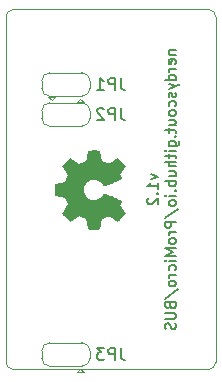
<source format=gbr>
%TF.GenerationSoftware,KiCad,Pcbnew,5.1.5+dfsg1-2~bpo10+1*%
%TF.CreationDate,Date%
%TF.ProjectId,ProMicro_BUS,50726f4d-6963-4726-9f5f-4255532e6b69,v1.2*%
%TF.SameCoordinates,Original*%
%TF.FileFunction,Legend,Bot*%
%TF.FilePolarity,Positive*%
%FSLAX45Y45*%
G04 Gerber Fmt 4.5, Leading zero omitted, Abs format (unit mm)*
G04 Created by KiCad*
%MOMM*%
%LPD*%
G04 APERTURE LIST*
%ADD10C,0.200000*%
%ADD11C,0.100000*%
%ADD12C,0.010000*%
%ADD13C,0.120000*%
%ADD14O,1.600000X1.600000*%
%ADD15R,1.600000X1.600000*%
%ADD16C,0.150000*%
%ADD17R,1.000000X1.500000*%
%ADD18C,2.100000*%
%ADD19R,2.100000X2.100000*%
G04 APERTURE END LIST*
D10*
X1098314Y-1268429D02*
X1158314Y-1289857D01*
X1098314Y-1311286D01*
X1158314Y-1392714D02*
X1158314Y-1341286D01*
X1158314Y-1367000D02*
X1068314Y-1367000D01*
X1081171Y-1358429D01*
X1089743Y-1349857D01*
X1094029Y-1341286D01*
X1149743Y-1431286D02*
X1154029Y-1435571D01*
X1158314Y-1431286D01*
X1154029Y-1427000D01*
X1149743Y-1431286D01*
X1158314Y-1431286D01*
X1076886Y-1469857D02*
X1072600Y-1474143D01*
X1068314Y-1482714D01*
X1068314Y-1504143D01*
X1072600Y-1512714D01*
X1076886Y-1517000D01*
X1085457Y-1521286D01*
X1094029Y-1521286D01*
X1106886Y-1517000D01*
X1158314Y-1465571D01*
X1158314Y-1521286D01*
D11*
X1651000Y63500D02*
X1651000Y-2857500D01*
X-127000Y-2857500D02*
X-127000Y63500D01*
D10*
X1250714Y-216286D02*
X1310714Y-216286D01*
X1259286Y-216286D02*
X1255000Y-220571D01*
X1250714Y-229143D01*
X1250714Y-242000D01*
X1255000Y-250571D01*
X1263571Y-254857D01*
X1310714Y-254857D01*
X1306429Y-332000D02*
X1310714Y-323429D01*
X1310714Y-306286D01*
X1306429Y-297714D01*
X1297857Y-293429D01*
X1263571Y-293429D01*
X1255000Y-297714D01*
X1250714Y-306286D01*
X1250714Y-323429D01*
X1255000Y-332000D01*
X1263571Y-336286D01*
X1272143Y-336286D01*
X1280714Y-293429D01*
X1310714Y-374857D02*
X1250714Y-374857D01*
X1267857Y-374857D02*
X1259286Y-379143D01*
X1255000Y-383428D01*
X1250714Y-392000D01*
X1250714Y-400571D01*
X1310714Y-469143D02*
X1220714Y-469143D01*
X1306429Y-469143D02*
X1310714Y-460571D01*
X1310714Y-443428D01*
X1306429Y-434857D01*
X1302143Y-430571D01*
X1293571Y-426286D01*
X1267857Y-426286D01*
X1259286Y-430571D01*
X1255000Y-434857D01*
X1250714Y-443428D01*
X1250714Y-460571D01*
X1255000Y-469143D01*
X1250714Y-503428D02*
X1310714Y-524857D01*
X1250714Y-546286D02*
X1310714Y-524857D01*
X1332143Y-516286D01*
X1336429Y-512000D01*
X1340714Y-503428D01*
X1306429Y-576286D02*
X1310714Y-584857D01*
X1310714Y-602000D01*
X1306429Y-610571D01*
X1297857Y-614857D01*
X1293571Y-614857D01*
X1285000Y-610571D01*
X1280714Y-602000D01*
X1280714Y-589143D01*
X1276429Y-580571D01*
X1267857Y-576286D01*
X1263571Y-576286D01*
X1255000Y-580571D01*
X1250714Y-589143D01*
X1250714Y-602000D01*
X1255000Y-610571D01*
X1306429Y-692000D02*
X1310714Y-683429D01*
X1310714Y-666286D01*
X1306429Y-657714D01*
X1302143Y-653429D01*
X1293571Y-649143D01*
X1267857Y-649143D01*
X1259286Y-653429D01*
X1255000Y-657714D01*
X1250714Y-666286D01*
X1250714Y-683429D01*
X1255000Y-692000D01*
X1310714Y-743428D02*
X1306429Y-734857D01*
X1302143Y-730571D01*
X1293571Y-726286D01*
X1267857Y-726286D01*
X1259286Y-730571D01*
X1255000Y-734857D01*
X1250714Y-743428D01*
X1250714Y-756286D01*
X1255000Y-764857D01*
X1259286Y-769143D01*
X1267857Y-773428D01*
X1293571Y-773428D01*
X1302143Y-769143D01*
X1306429Y-764857D01*
X1310714Y-756286D01*
X1310714Y-743428D01*
X1250714Y-850571D02*
X1310714Y-850571D01*
X1250714Y-812000D02*
X1297857Y-812000D01*
X1306429Y-816286D01*
X1310714Y-824857D01*
X1310714Y-837714D01*
X1306429Y-846286D01*
X1302143Y-850571D01*
X1250714Y-880571D02*
X1250714Y-914857D01*
X1220714Y-893428D02*
X1297857Y-893428D01*
X1306429Y-897714D01*
X1310714Y-906286D01*
X1310714Y-914857D01*
X1302143Y-944857D02*
X1306429Y-949143D01*
X1310714Y-944857D01*
X1306429Y-940571D01*
X1302143Y-944857D01*
X1310714Y-944857D01*
X1250714Y-1026286D02*
X1323571Y-1026286D01*
X1332143Y-1022000D01*
X1336429Y-1017714D01*
X1340714Y-1009143D01*
X1340714Y-996286D01*
X1336429Y-987714D01*
X1306429Y-1026286D02*
X1310714Y-1017714D01*
X1310714Y-1000571D01*
X1306429Y-992000D01*
X1302143Y-987714D01*
X1293571Y-983428D01*
X1267857Y-983428D01*
X1259286Y-987714D01*
X1255000Y-992000D01*
X1250714Y-1000571D01*
X1250714Y-1017714D01*
X1255000Y-1026286D01*
X1310714Y-1069143D02*
X1250714Y-1069143D01*
X1220714Y-1069143D02*
X1225000Y-1064857D01*
X1229286Y-1069143D01*
X1225000Y-1073429D01*
X1220714Y-1069143D01*
X1229286Y-1069143D01*
X1250714Y-1099143D02*
X1250714Y-1133429D01*
X1220714Y-1112000D02*
X1297857Y-1112000D01*
X1306429Y-1116286D01*
X1310714Y-1124857D01*
X1310714Y-1133429D01*
X1310714Y-1163429D02*
X1220714Y-1163429D01*
X1310714Y-1202000D02*
X1263571Y-1202000D01*
X1255000Y-1197714D01*
X1250714Y-1189143D01*
X1250714Y-1176286D01*
X1255000Y-1167714D01*
X1259286Y-1163429D01*
X1250714Y-1283429D02*
X1310714Y-1283429D01*
X1250714Y-1244857D02*
X1297857Y-1244857D01*
X1306429Y-1249143D01*
X1310714Y-1257714D01*
X1310714Y-1270571D01*
X1306429Y-1279143D01*
X1302143Y-1283429D01*
X1310714Y-1326286D02*
X1220714Y-1326286D01*
X1255000Y-1326286D02*
X1250714Y-1334857D01*
X1250714Y-1352000D01*
X1255000Y-1360571D01*
X1259286Y-1364857D01*
X1267857Y-1369143D01*
X1293571Y-1369143D01*
X1302143Y-1364857D01*
X1306429Y-1360571D01*
X1310714Y-1352000D01*
X1310714Y-1334857D01*
X1306429Y-1326286D01*
X1302143Y-1407714D02*
X1306429Y-1412000D01*
X1310714Y-1407714D01*
X1306429Y-1403428D01*
X1302143Y-1407714D01*
X1310714Y-1407714D01*
X1310714Y-1450571D02*
X1250714Y-1450571D01*
X1220714Y-1450571D02*
X1225000Y-1446286D01*
X1229286Y-1450571D01*
X1225000Y-1454857D01*
X1220714Y-1450571D01*
X1229286Y-1450571D01*
X1310714Y-1506286D02*
X1306429Y-1497714D01*
X1302143Y-1493428D01*
X1293571Y-1489143D01*
X1267857Y-1489143D01*
X1259286Y-1493428D01*
X1255000Y-1497714D01*
X1250714Y-1506286D01*
X1250714Y-1519143D01*
X1255000Y-1527714D01*
X1259286Y-1532000D01*
X1267857Y-1536286D01*
X1293571Y-1536286D01*
X1302143Y-1532000D01*
X1306429Y-1527714D01*
X1310714Y-1519143D01*
X1310714Y-1506286D01*
X1216429Y-1639143D02*
X1332143Y-1562000D01*
X1310714Y-1669143D02*
X1220714Y-1669143D01*
X1220714Y-1703428D01*
X1225000Y-1712000D01*
X1229286Y-1716286D01*
X1237857Y-1720571D01*
X1250714Y-1720571D01*
X1259286Y-1716286D01*
X1263571Y-1712000D01*
X1267857Y-1703428D01*
X1267857Y-1669143D01*
X1310714Y-1759143D02*
X1250714Y-1759143D01*
X1267857Y-1759143D02*
X1259286Y-1763428D01*
X1255000Y-1767714D01*
X1250714Y-1776286D01*
X1250714Y-1784857D01*
X1310714Y-1827714D02*
X1306429Y-1819143D01*
X1302143Y-1814857D01*
X1293571Y-1810571D01*
X1267857Y-1810571D01*
X1259286Y-1814857D01*
X1255000Y-1819143D01*
X1250714Y-1827714D01*
X1250714Y-1840571D01*
X1255000Y-1849143D01*
X1259286Y-1853428D01*
X1267857Y-1857714D01*
X1293571Y-1857714D01*
X1302143Y-1853428D01*
X1306429Y-1849143D01*
X1310714Y-1840571D01*
X1310714Y-1827714D01*
X1310714Y-1896286D02*
X1220714Y-1896286D01*
X1285000Y-1926286D01*
X1220714Y-1956286D01*
X1310714Y-1956286D01*
X1310714Y-1999143D02*
X1250714Y-1999143D01*
X1220714Y-1999143D02*
X1225000Y-1994857D01*
X1229286Y-1999143D01*
X1225000Y-2003428D01*
X1220714Y-1999143D01*
X1229286Y-1999143D01*
X1306429Y-2080571D02*
X1310714Y-2072000D01*
X1310714Y-2054857D01*
X1306429Y-2046286D01*
X1302143Y-2042000D01*
X1293571Y-2037714D01*
X1267857Y-2037714D01*
X1259286Y-2042000D01*
X1255000Y-2046286D01*
X1250714Y-2054857D01*
X1250714Y-2072000D01*
X1255000Y-2080571D01*
X1310714Y-2119143D02*
X1250714Y-2119143D01*
X1267857Y-2119143D02*
X1259286Y-2123429D01*
X1255000Y-2127714D01*
X1250714Y-2136286D01*
X1250714Y-2144857D01*
X1310714Y-2187714D02*
X1306429Y-2179143D01*
X1302143Y-2174857D01*
X1293571Y-2170571D01*
X1267857Y-2170571D01*
X1259286Y-2174857D01*
X1255000Y-2179143D01*
X1250714Y-2187714D01*
X1250714Y-2200571D01*
X1255000Y-2209143D01*
X1259286Y-2213429D01*
X1267857Y-2217714D01*
X1293571Y-2217714D01*
X1302143Y-2213429D01*
X1306429Y-2209143D01*
X1310714Y-2200571D01*
X1310714Y-2187714D01*
X1216429Y-2320571D02*
X1332143Y-2243429D01*
X1263571Y-2380571D02*
X1267857Y-2393429D01*
X1272143Y-2397714D01*
X1280714Y-2402000D01*
X1293571Y-2402000D01*
X1302143Y-2397714D01*
X1306429Y-2393429D01*
X1310714Y-2384857D01*
X1310714Y-2350571D01*
X1220714Y-2350571D01*
X1220714Y-2380571D01*
X1225000Y-2389143D01*
X1229286Y-2393429D01*
X1237857Y-2397714D01*
X1246429Y-2397714D01*
X1255000Y-2393429D01*
X1259286Y-2389143D01*
X1263571Y-2380571D01*
X1263571Y-2350571D01*
X1220714Y-2440571D02*
X1293571Y-2440571D01*
X1302143Y-2444857D01*
X1306429Y-2449143D01*
X1310714Y-2457714D01*
X1310714Y-2474857D01*
X1306429Y-2483429D01*
X1302143Y-2487714D01*
X1293571Y-2492000D01*
X1220714Y-2492000D01*
X1306429Y-2530571D02*
X1310714Y-2543429D01*
X1310714Y-2564857D01*
X1306429Y-2573429D01*
X1302143Y-2577714D01*
X1293571Y-2582000D01*
X1285000Y-2582000D01*
X1276429Y-2577714D01*
X1272143Y-2573429D01*
X1267857Y-2564857D01*
X1263571Y-2547714D01*
X1259286Y-2539143D01*
X1255000Y-2534857D01*
X1246429Y-2530571D01*
X1237857Y-2530571D01*
X1229286Y-2534857D01*
X1225000Y-2539143D01*
X1220714Y-2547714D01*
X1220714Y-2569143D01*
X1225000Y-2582000D01*
D11*
X-63500Y-2921000D02*
G75*
G02X-127000Y-2857500I0J63500D01*
G01*
X1651000Y-2857500D02*
G75*
G02X1587500Y-2921000I-63500J0D01*
G01*
X1587500Y127000D02*
G75*
G02X1651000Y63500I0J-63500D01*
G01*
X-127000Y63500D02*
G75*
G02X-63500Y127000I63500J0D01*
G01*
X1587500Y-2921000D02*
X-63500Y-2921000D01*
X-63500Y127000D02*
X1587500Y127000D01*
D12*
G36*
X331093Y-1452581D02*
G01*
X375555Y-1460963D01*
X388305Y-1491892D01*
X401055Y-1522821D01*
X375825Y-1559925D01*
X368800Y-1570316D01*
X362527Y-1579709D01*
X357294Y-1587665D01*
X353386Y-1593747D01*
X351089Y-1597516D01*
X350594Y-1598542D01*
X351868Y-1600391D01*
X355388Y-1604342D01*
X360706Y-1609952D01*
X367372Y-1616779D01*
X374935Y-1624379D01*
X382947Y-1632309D01*
X390957Y-1640127D01*
X398516Y-1647391D01*
X405174Y-1653656D01*
X410482Y-1658480D01*
X413989Y-1661421D01*
X415162Y-1662124D01*
X417326Y-1661112D01*
X422066Y-1658276D01*
X428919Y-1653913D01*
X437421Y-1648322D01*
X447109Y-1641801D01*
X452635Y-1638022D01*
X462725Y-1631134D01*
X471830Y-1625014D01*
X479497Y-1619958D01*
X485273Y-1616263D01*
X488704Y-1614226D01*
X489425Y-1613920D01*
X491475Y-1614614D01*
X496251Y-1616505D01*
X503083Y-1619309D01*
X511299Y-1622739D01*
X520227Y-1626511D01*
X529196Y-1630339D01*
X537534Y-1633937D01*
X544569Y-1637021D01*
X549631Y-1639304D01*
X552047Y-1640502D01*
X552142Y-1640572D01*
X552604Y-1642453D01*
X553633Y-1647462D01*
X555129Y-1655079D01*
X556990Y-1664786D01*
X559116Y-1676064D01*
X560342Y-1682644D01*
X562636Y-1694695D01*
X564820Y-1705580D01*
X566772Y-1714748D01*
X568375Y-1721648D01*
X569508Y-1725730D01*
X569867Y-1726551D01*
X572301Y-1727355D01*
X577796Y-1728003D01*
X585711Y-1728497D01*
X595403Y-1728836D01*
X606229Y-1729022D01*
X617547Y-1729054D01*
X628714Y-1728933D01*
X639087Y-1728659D01*
X648024Y-1728233D01*
X654883Y-1727655D01*
X659020Y-1726927D01*
X659881Y-1726489D01*
X660913Y-1723876D01*
X662389Y-1718339D01*
X664135Y-1710611D01*
X665978Y-1701423D01*
X666574Y-1698216D01*
X669407Y-1682752D01*
X671688Y-1670537D01*
X673508Y-1661167D01*
X674958Y-1654238D01*
X676129Y-1649347D01*
X677112Y-1646090D01*
X677996Y-1644063D01*
X678872Y-1642863D01*
X679046Y-1642695D01*
X681837Y-1641018D01*
X687270Y-1638461D01*
X694678Y-1635279D01*
X703396Y-1631726D01*
X712761Y-1628058D01*
X722105Y-1624531D01*
X730765Y-1621400D01*
X738074Y-1618919D01*
X743368Y-1617345D01*
X745981Y-1616933D01*
X746073Y-1616968D01*
X748209Y-1618364D01*
X752908Y-1621532D01*
X759683Y-1626139D01*
X768042Y-1631852D01*
X777498Y-1638337D01*
X780185Y-1640184D01*
X789927Y-1646770D01*
X798816Y-1652565D01*
X806341Y-1657254D01*
X811992Y-1660521D01*
X815258Y-1662050D01*
X815659Y-1662124D01*
X817768Y-1660839D01*
X821946Y-1657289D01*
X827744Y-1651929D01*
X834713Y-1645217D01*
X842404Y-1637609D01*
X850368Y-1629560D01*
X858156Y-1621529D01*
X865319Y-1613970D01*
X871407Y-1607340D01*
X875972Y-1602097D01*
X878565Y-1598695D01*
X878988Y-1597754D01*
X877991Y-1595564D01*
X875302Y-1591080D01*
X871374Y-1585032D01*
X868212Y-1580379D01*
X862410Y-1571947D01*
X855578Y-1561963D01*
X848758Y-1551947D01*
X845107Y-1546563D01*
X832780Y-1528337D01*
X841052Y-1513038D01*
X844676Y-1506068D01*
X847493Y-1500141D01*
X849099Y-1496131D01*
X849323Y-1495110D01*
X847672Y-1493883D01*
X843008Y-1491461D01*
X835761Y-1488026D01*
X826361Y-1483759D01*
X815237Y-1478839D01*
X802821Y-1473449D01*
X789543Y-1467768D01*
X775833Y-1461978D01*
X762120Y-1456259D01*
X748836Y-1450792D01*
X736410Y-1445758D01*
X725272Y-1441338D01*
X715854Y-1437712D01*
X708584Y-1435061D01*
X703894Y-1433566D01*
X702283Y-1433325D01*
X700229Y-1435231D01*
X696893Y-1439404D01*
X692970Y-1444971D01*
X692660Y-1445438D01*
X681142Y-1459826D01*
X667705Y-1471428D01*
X652778Y-1480143D01*
X636791Y-1485870D01*
X620174Y-1488509D01*
X603355Y-1487958D01*
X586766Y-1484119D01*
X570834Y-1476889D01*
X567349Y-1474763D01*
X553274Y-1463700D01*
X541971Y-1450630D01*
X533500Y-1436006D01*
X527919Y-1420281D01*
X525287Y-1403906D01*
X525663Y-1387333D01*
X529105Y-1371016D01*
X535672Y-1355407D01*
X545424Y-1340957D01*
X549381Y-1336487D01*
X561770Y-1325111D01*
X574812Y-1316822D01*
X589432Y-1311136D01*
X603909Y-1307969D01*
X620186Y-1307187D01*
X636544Y-1309794D01*
X652430Y-1315525D01*
X667291Y-1324114D01*
X680574Y-1335299D01*
X691726Y-1348812D01*
X692901Y-1350588D01*
X696751Y-1356215D01*
X700086Y-1360492D01*
X702216Y-1362537D01*
X702283Y-1362567D01*
X704587Y-1362128D01*
X709816Y-1360388D01*
X717539Y-1357527D01*
X727327Y-1353727D01*
X738749Y-1349167D01*
X751376Y-1344030D01*
X764777Y-1338496D01*
X778522Y-1332746D01*
X792181Y-1326960D01*
X805324Y-1321320D01*
X817520Y-1316006D01*
X828341Y-1311199D01*
X837355Y-1307080D01*
X844132Y-1303830D01*
X848243Y-1301630D01*
X849323Y-1300744D01*
X848482Y-1298036D01*
X846227Y-1292970D01*
X842961Y-1286418D01*
X841052Y-1282816D01*
X832780Y-1267517D01*
X845107Y-1249291D01*
X851423Y-1239988D01*
X858373Y-1229802D01*
X864916Y-1220256D01*
X868212Y-1215475D01*
X872727Y-1208751D01*
X876306Y-1203056D01*
X878494Y-1199135D01*
X878956Y-1197862D01*
X877708Y-1196008D01*
X874225Y-1191906D01*
X868868Y-1185953D01*
X861998Y-1178546D01*
X853978Y-1170084D01*
X848829Y-1164732D01*
X839629Y-1155368D01*
X831400Y-1147276D01*
X824494Y-1140782D01*
X819264Y-1136214D01*
X816062Y-1133899D01*
X815412Y-1133677D01*
X812939Y-1134708D01*
X807940Y-1137556D01*
X800921Y-1141906D01*
X792387Y-1147442D01*
X782846Y-1153848D01*
X780185Y-1155670D01*
X770517Y-1162307D01*
X761812Y-1168262D01*
X754559Y-1173202D01*
X749249Y-1176793D01*
X746370Y-1178702D01*
X746073Y-1178886D01*
X743778Y-1178611D01*
X738734Y-1177146D01*
X731604Y-1174749D01*
X723055Y-1171673D01*
X713751Y-1168176D01*
X704357Y-1164511D01*
X695540Y-1160934D01*
X687963Y-1157701D01*
X682293Y-1155066D01*
X679194Y-1153286D01*
X679046Y-1153159D01*
X678160Y-1152071D01*
X677284Y-1150232D01*
X676328Y-1147239D01*
X675200Y-1142690D01*
X673809Y-1136179D01*
X672066Y-1127304D01*
X669880Y-1115661D01*
X667159Y-1100846D01*
X666574Y-1097638D01*
X664737Y-1088131D01*
X662941Y-1079844D01*
X661357Y-1073507D01*
X660160Y-1069854D01*
X659881Y-1069364D01*
X657407Y-1068557D01*
X651879Y-1067901D01*
X643939Y-1067397D01*
X634230Y-1067044D01*
X623394Y-1066844D01*
X612074Y-1066796D01*
X600913Y-1066902D01*
X590553Y-1067162D01*
X581637Y-1067575D01*
X574807Y-1068144D01*
X570707Y-1068867D01*
X569867Y-1069303D01*
X569021Y-1071730D01*
X567644Y-1077257D01*
X565855Y-1085334D01*
X563775Y-1095409D01*
X561522Y-1106932D01*
X560342Y-1113210D01*
X558115Y-1125121D01*
X556098Y-1135744D01*
X554392Y-1144557D01*
X553097Y-1151043D01*
X552316Y-1154683D01*
X552142Y-1155282D01*
X550189Y-1156294D01*
X545484Y-1158434D01*
X538700Y-1161416D01*
X530509Y-1164956D01*
X521583Y-1168767D01*
X512593Y-1172565D01*
X504213Y-1176064D01*
X497115Y-1178979D01*
X491969Y-1181026D01*
X489450Y-1181918D01*
X489340Y-1181934D01*
X487352Y-1180923D01*
X482778Y-1178088D01*
X476072Y-1173728D01*
X467688Y-1168139D01*
X458083Y-1161621D01*
X452565Y-1157832D01*
X442448Y-1150928D01*
X433263Y-1144795D01*
X425474Y-1139734D01*
X419547Y-1136043D01*
X415945Y-1134022D01*
X415138Y-1133730D01*
X413258Y-1134985D01*
X409246Y-1138454D01*
X403549Y-1143694D01*
X396618Y-1150262D01*
X388903Y-1157714D01*
X380852Y-1165609D01*
X372916Y-1173502D01*
X365544Y-1180950D01*
X359185Y-1187511D01*
X354289Y-1192740D01*
X351306Y-1196196D01*
X350594Y-1197352D01*
X351595Y-1199235D01*
X354408Y-1203737D01*
X358745Y-1210421D01*
X364322Y-1218850D01*
X370851Y-1228586D01*
X375825Y-1235929D01*
X401055Y-1273033D01*
X375555Y-1334891D01*
X331093Y-1343273D01*
X286631Y-1351655D01*
X286631Y-1444199D01*
X331093Y-1452581D01*
G37*
X331093Y-1452581D02*
X375555Y-1460963D01*
X388305Y-1491892D01*
X401055Y-1522821D01*
X375825Y-1559925D01*
X368800Y-1570316D01*
X362527Y-1579709D01*
X357294Y-1587665D01*
X353386Y-1593747D01*
X351089Y-1597516D01*
X350594Y-1598542D01*
X351868Y-1600391D01*
X355388Y-1604342D01*
X360706Y-1609952D01*
X367372Y-1616779D01*
X374935Y-1624379D01*
X382947Y-1632309D01*
X390957Y-1640127D01*
X398516Y-1647391D01*
X405174Y-1653656D01*
X410482Y-1658480D01*
X413989Y-1661421D01*
X415162Y-1662124D01*
X417326Y-1661112D01*
X422066Y-1658276D01*
X428919Y-1653913D01*
X437421Y-1648322D01*
X447109Y-1641801D01*
X452635Y-1638022D01*
X462725Y-1631134D01*
X471830Y-1625014D01*
X479497Y-1619958D01*
X485273Y-1616263D01*
X488704Y-1614226D01*
X489425Y-1613920D01*
X491475Y-1614614D01*
X496251Y-1616505D01*
X503083Y-1619309D01*
X511299Y-1622739D01*
X520227Y-1626511D01*
X529196Y-1630339D01*
X537534Y-1633937D01*
X544569Y-1637021D01*
X549631Y-1639304D01*
X552047Y-1640502D01*
X552142Y-1640572D01*
X552604Y-1642453D01*
X553633Y-1647462D01*
X555129Y-1655079D01*
X556990Y-1664786D01*
X559116Y-1676064D01*
X560342Y-1682644D01*
X562636Y-1694695D01*
X564820Y-1705580D01*
X566772Y-1714748D01*
X568375Y-1721648D01*
X569508Y-1725730D01*
X569867Y-1726551D01*
X572301Y-1727355D01*
X577796Y-1728003D01*
X585711Y-1728497D01*
X595403Y-1728836D01*
X606229Y-1729022D01*
X617547Y-1729054D01*
X628714Y-1728933D01*
X639087Y-1728659D01*
X648024Y-1728233D01*
X654883Y-1727655D01*
X659020Y-1726927D01*
X659881Y-1726489D01*
X660913Y-1723876D01*
X662389Y-1718339D01*
X664135Y-1710611D01*
X665978Y-1701423D01*
X666574Y-1698216D01*
X669407Y-1682752D01*
X671688Y-1670537D01*
X673508Y-1661167D01*
X674958Y-1654238D01*
X676129Y-1649347D01*
X677112Y-1646090D01*
X677996Y-1644063D01*
X678872Y-1642863D01*
X679046Y-1642695D01*
X681837Y-1641018D01*
X687270Y-1638461D01*
X694678Y-1635279D01*
X703396Y-1631726D01*
X712761Y-1628058D01*
X722105Y-1624531D01*
X730765Y-1621400D01*
X738074Y-1618919D01*
X743368Y-1617345D01*
X745981Y-1616933D01*
X746073Y-1616968D01*
X748209Y-1618364D01*
X752908Y-1621532D01*
X759683Y-1626139D01*
X768042Y-1631852D01*
X777498Y-1638337D01*
X780185Y-1640184D01*
X789927Y-1646770D01*
X798816Y-1652565D01*
X806341Y-1657254D01*
X811992Y-1660521D01*
X815258Y-1662050D01*
X815659Y-1662124D01*
X817768Y-1660839D01*
X821946Y-1657289D01*
X827744Y-1651929D01*
X834713Y-1645217D01*
X842404Y-1637609D01*
X850368Y-1629560D01*
X858156Y-1621529D01*
X865319Y-1613970D01*
X871407Y-1607340D01*
X875972Y-1602097D01*
X878565Y-1598695D01*
X878988Y-1597754D01*
X877991Y-1595564D01*
X875302Y-1591080D01*
X871374Y-1585032D01*
X868212Y-1580379D01*
X862410Y-1571947D01*
X855578Y-1561963D01*
X848758Y-1551947D01*
X845107Y-1546563D01*
X832780Y-1528337D01*
X841052Y-1513038D01*
X844676Y-1506068D01*
X847493Y-1500141D01*
X849099Y-1496131D01*
X849323Y-1495110D01*
X847672Y-1493883D01*
X843008Y-1491461D01*
X835761Y-1488026D01*
X826361Y-1483759D01*
X815237Y-1478839D01*
X802821Y-1473449D01*
X789543Y-1467768D01*
X775833Y-1461978D01*
X762120Y-1456259D01*
X748836Y-1450792D01*
X736410Y-1445758D01*
X725272Y-1441338D01*
X715854Y-1437712D01*
X708584Y-1435061D01*
X703894Y-1433566D01*
X702283Y-1433325D01*
X700229Y-1435231D01*
X696893Y-1439404D01*
X692970Y-1444971D01*
X692660Y-1445438D01*
X681142Y-1459826D01*
X667705Y-1471428D01*
X652778Y-1480143D01*
X636791Y-1485870D01*
X620174Y-1488509D01*
X603355Y-1487958D01*
X586766Y-1484119D01*
X570834Y-1476889D01*
X567349Y-1474763D01*
X553274Y-1463700D01*
X541971Y-1450630D01*
X533500Y-1436006D01*
X527919Y-1420281D01*
X525287Y-1403906D01*
X525663Y-1387333D01*
X529105Y-1371016D01*
X535672Y-1355407D01*
X545424Y-1340957D01*
X549381Y-1336487D01*
X561770Y-1325111D01*
X574812Y-1316822D01*
X589432Y-1311136D01*
X603909Y-1307969D01*
X620186Y-1307187D01*
X636544Y-1309794D01*
X652430Y-1315525D01*
X667291Y-1324114D01*
X680574Y-1335299D01*
X691726Y-1348812D01*
X692901Y-1350588D01*
X696751Y-1356215D01*
X700086Y-1360492D01*
X702216Y-1362537D01*
X702283Y-1362567D01*
X704587Y-1362128D01*
X709816Y-1360388D01*
X717539Y-1357527D01*
X727327Y-1353727D01*
X738749Y-1349167D01*
X751376Y-1344030D01*
X764777Y-1338496D01*
X778522Y-1332746D01*
X792181Y-1326960D01*
X805324Y-1321320D01*
X817520Y-1316006D01*
X828341Y-1311199D01*
X837355Y-1307080D01*
X844132Y-1303830D01*
X848243Y-1301630D01*
X849323Y-1300744D01*
X848482Y-1298036D01*
X846227Y-1292970D01*
X842961Y-1286418D01*
X841052Y-1282816D01*
X832780Y-1267517D01*
X845107Y-1249291D01*
X851423Y-1239988D01*
X858373Y-1229802D01*
X864916Y-1220256D01*
X868212Y-1215475D01*
X872727Y-1208751D01*
X876306Y-1203056D01*
X878494Y-1199135D01*
X878956Y-1197862D01*
X877708Y-1196008D01*
X874225Y-1191906D01*
X868868Y-1185953D01*
X861998Y-1178546D01*
X853978Y-1170084D01*
X848829Y-1164732D01*
X839629Y-1155368D01*
X831400Y-1147276D01*
X824494Y-1140782D01*
X819264Y-1136214D01*
X816062Y-1133899D01*
X815412Y-1133677D01*
X812939Y-1134708D01*
X807940Y-1137556D01*
X800921Y-1141906D01*
X792387Y-1147442D01*
X782846Y-1153848D01*
X780185Y-1155670D01*
X770517Y-1162307D01*
X761812Y-1168262D01*
X754559Y-1173202D01*
X749249Y-1176793D01*
X746370Y-1178702D01*
X746073Y-1178886D01*
X743778Y-1178611D01*
X738734Y-1177146D01*
X731604Y-1174749D01*
X723055Y-1171673D01*
X713751Y-1168176D01*
X704357Y-1164511D01*
X695540Y-1160934D01*
X687963Y-1157701D01*
X682293Y-1155066D01*
X679194Y-1153286D01*
X679046Y-1153159D01*
X678160Y-1152071D01*
X677284Y-1150232D01*
X676328Y-1147239D01*
X675200Y-1142690D01*
X673809Y-1136179D01*
X672066Y-1127304D01*
X669880Y-1115661D01*
X667159Y-1100846D01*
X666574Y-1097638D01*
X664737Y-1088131D01*
X662941Y-1079844D01*
X661357Y-1073507D01*
X660160Y-1069854D01*
X659881Y-1069364D01*
X657407Y-1068557D01*
X651879Y-1067901D01*
X643939Y-1067397D01*
X634230Y-1067044D01*
X623394Y-1066844D01*
X612074Y-1066796D01*
X600913Y-1066902D01*
X590553Y-1067162D01*
X581637Y-1067575D01*
X574807Y-1068144D01*
X570707Y-1068867D01*
X569867Y-1069303D01*
X569021Y-1071730D01*
X567644Y-1077257D01*
X565855Y-1085334D01*
X563775Y-1095409D01*
X561522Y-1106932D01*
X560342Y-1113210D01*
X558115Y-1125121D01*
X556098Y-1135744D01*
X554392Y-1144557D01*
X553097Y-1151043D01*
X552316Y-1154683D01*
X552142Y-1155282D01*
X550189Y-1156294D01*
X545484Y-1158434D01*
X538700Y-1161416D01*
X530509Y-1164956D01*
X521583Y-1168767D01*
X512593Y-1172565D01*
X504213Y-1176064D01*
X497115Y-1178979D01*
X491969Y-1181026D01*
X489450Y-1181918D01*
X489340Y-1181934D01*
X487352Y-1180923D01*
X482778Y-1178088D01*
X476072Y-1173728D01*
X467688Y-1168139D01*
X458083Y-1161621D01*
X452565Y-1157832D01*
X442448Y-1150928D01*
X433263Y-1144795D01*
X425474Y-1139734D01*
X419547Y-1136043D01*
X415945Y-1134022D01*
X415138Y-1133730D01*
X413258Y-1134985D01*
X409246Y-1138454D01*
X403549Y-1143694D01*
X396618Y-1150262D01*
X388903Y-1157714D01*
X380852Y-1165609D01*
X372916Y-1173502D01*
X365544Y-1180950D01*
X359185Y-1187511D01*
X354289Y-1192740D01*
X351306Y-1196196D01*
X350594Y-1197352D01*
X351595Y-1199235D01*
X354408Y-1203737D01*
X358745Y-1210421D01*
X364322Y-1218850D01*
X370851Y-1228586D01*
X375825Y-1235929D01*
X401055Y-1273033D01*
X375555Y-1334891D01*
X331093Y-1343273D01*
X286631Y-1351655D01*
X286631Y-1444199D01*
X331093Y-1452581D01*
D13*
X586000Y-2764000D02*
G75*
G03X516000Y-2694000I-70000J0D01*
G01*
X516000Y-2894000D02*
G75*
G03X586000Y-2824000I0J70000D01*
G01*
X176000Y-2824000D02*
G75*
G03X246000Y-2894000I70000J0D01*
G01*
X246000Y-2694000D02*
G75*
G03X176000Y-2764000I0J-70000D01*
G01*
X521000Y-2694000D02*
X241000Y-2694000D01*
X176000Y-2764000D02*
X176000Y-2824000D01*
X241000Y-2894000D02*
X521000Y-2894000D01*
X586000Y-2824000D02*
X586000Y-2764000D01*
X501000Y-2914000D02*
X531000Y-2944000D01*
X531000Y-2944000D02*
X471000Y-2944000D01*
X501000Y-2914000D02*
X471000Y-2944000D01*
X176000Y-792000D02*
G75*
G03X246000Y-862000I70000J0D01*
G01*
X246000Y-662000D02*
G75*
G03X176000Y-732000I0J-70000D01*
G01*
X586000Y-732000D02*
G75*
G03X516000Y-662000I-70000J0D01*
G01*
X516000Y-862000D02*
G75*
G03X586000Y-792000I0J70000D01*
G01*
X241000Y-862000D02*
X521000Y-862000D01*
X586000Y-792000D02*
X586000Y-732000D01*
X521000Y-662000D02*
X241000Y-662000D01*
X176000Y-732000D02*
X176000Y-792000D01*
X261000Y-642000D02*
X231000Y-612000D01*
X231000Y-612000D02*
X291000Y-612000D01*
X261000Y-642000D02*
X291000Y-612000D01*
X586000Y-478000D02*
G75*
G03X516000Y-408000I-70000J0D01*
G01*
X516000Y-608000D02*
G75*
G03X586000Y-538000I0J70000D01*
G01*
X176000Y-538000D02*
G75*
G03X246000Y-608000I70000J0D01*
G01*
X246000Y-408000D02*
G75*
G03X176000Y-478000I0J-70000D01*
G01*
X521000Y-408000D02*
X241000Y-408000D01*
X176000Y-478000D02*
X176000Y-538000D01*
X241000Y-608000D02*
X521000Y-608000D01*
X586000Y-538000D02*
X586000Y-478000D01*
X501000Y-628000D02*
X531000Y-658000D01*
X531000Y-658000D02*
X471000Y-658000D01*
X501000Y-628000D02*
X471000Y-658000D01*
D10*
X845333Y-2739238D02*
X845333Y-2810667D01*
X850095Y-2824952D01*
X859619Y-2834476D01*
X873905Y-2839238D01*
X883428Y-2839238D01*
X797714Y-2839238D02*
X797714Y-2739238D01*
X759619Y-2739238D01*
X750095Y-2744000D01*
X745333Y-2748762D01*
X740571Y-2758286D01*
X740571Y-2772571D01*
X745333Y-2782095D01*
X750095Y-2786857D01*
X759619Y-2791619D01*
X797714Y-2791619D01*
X707238Y-2739238D02*
X645333Y-2739238D01*
X678667Y-2777333D01*
X664381Y-2777333D01*
X654857Y-2782095D01*
X650095Y-2786857D01*
X645333Y-2796381D01*
X645333Y-2820190D01*
X650095Y-2829714D01*
X654857Y-2834476D01*
X664381Y-2839238D01*
X692952Y-2839238D01*
X702476Y-2834476D01*
X707238Y-2829714D01*
X845333Y-707238D02*
X845333Y-778667D01*
X850095Y-792952D01*
X859619Y-802476D01*
X873905Y-807238D01*
X883428Y-807238D01*
X797714Y-807238D02*
X797714Y-707238D01*
X759619Y-707238D01*
X750095Y-712000D01*
X745333Y-716762D01*
X740571Y-726286D01*
X740571Y-740571D01*
X745333Y-750095D01*
X750095Y-754857D01*
X759619Y-759619D01*
X797714Y-759619D01*
X702476Y-716762D02*
X697714Y-712000D01*
X688190Y-707238D01*
X664381Y-707238D01*
X654857Y-712000D01*
X650095Y-716762D01*
X645333Y-726286D01*
X645333Y-735809D01*
X650095Y-750095D01*
X707238Y-807238D01*
X645333Y-807238D01*
X845333Y-453238D02*
X845333Y-524667D01*
X850095Y-538952D01*
X859619Y-548476D01*
X873905Y-553238D01*
X883428Y-553238D01*
X797714Y-553238D02*
X797714Y-453238D01*
X759619Y-453238D01*
X750095Y-458000D01*
X745333Y-462762D01*
X740571Y-472286D01*
X740571Y-486571D01*
X745333Y-496095D01*
X750095Y-500857D01*
X759619Y-505619D01*
X797714Y-505619D01*
X645333Y-553238D02*
X702476Y-553238D01*
X673905Y-553238D02*
X673905Y-453238D01*
X683429Y-467524D01*
X692952Y-477048D01*
X702476Y-481809D01*
%LPC*%
D14*
X1524000Y0D03*
X1524000Y-254000D03*
X1524000Y-508000D03*
X0Y-2794000D03*
X1524000Y-762000D03*
X0Y-2540000D03*
X1524000Y-1016000D03*
X0Y-2286000D03*
X1524000Y-1270000D03*
X0Y-2032000D03*
X1524000Y-1524000D03*
X0Y-1778000D03*
X1524000Y-1778000D03*
X0Y-1524000D03*
X1524000Y-2032000D03*
X0Y-1270000D03*
X1524000Y-2286000D03*
X0Y-1016000D03*
X1524000Y-2540000D03*
X0Y-762000D03*
X1524000Y-2794000D03*
X0Y-508000D03*
X0Y-254000D03*
D15*
X0Y0D03*
D16*
G36*
X456000Y-2719000D02*
G01*
X511000Y-2719000D01*
X511000Y-2719060D01*
X513453Y-2719060D01*
X518336Y-2719541D01*
X523149Y-2720498D01*
X527845Y-2721923D01*
X532378Y-2723801D01*
X536705Y-2726114D01*
X540785Y-2728840D01*
X544578Y-2731952D01*
X548048Y-2735422D01*
X551160Y-2739215D01*
X553886Y-2743295D01*
X556200Y-2747622D01*
X558077Y-2752156D01*
X559502Y-2756851D01*
X560459Y-2761664D01*
X560940Y-2766547D01*
X560940Y-2769000D01*
X561000Y-2769000D01*
X561000Y-2819000D01*
X560940Y-2819000D01*
X560940Y-2821453D01*
X560459Y-2826336D01*
X559502Y-2831149D01*
X558077Y-2835844D01*
X556200Y-2840378D01*
X553886Y-2844705D01*
X551160Y-2848785D01*
X548048Y-2852578D01*
X544578Y-2856048D01*
X540785Y-2859160D01*
X536705Y-2861886D01*
X532378Y-2864199D01*
X527845Y-2866077D01*
X523149Y-2867502D01*
X518336Y-2868459D01*
X513453Y-2868940D01*
X511000Y-2868940D01*
X511000Y-2869000D01*
X456000Y-2869000D01*
X456000Y-2719000D01*
G37*
D17*
X381000Y-2794000D03*
D16*
G36*
X251000Y-2868940D02*
G01*
X248547Y-2868940D01*
X243663Y-2868459D01*
X238851Y-2867502D01*
X234155Y-2866077D01*
X229622Y-2864199D01*
X225295Y-2861886D01*
X221215Y-2859160D01*
X217422Y-2856048D01*
X213952Y-2852578D01*
X210840Y-2848785D01*
X208114Y-2844705D01*
X205800Y-2840378D01*
X203923Y-2835844D01*
X202498Y-2831149D01*
X201541Y-2826336D01*
X201060Y-2821453D01*
X201060Y-2819000D01*
X201000Y-2819000D01*
X201000Y-2769000D01*
X201060Y-2769000D01*
X201060Y-2766547D01*
X201541Y-2761664D01*
X202498Y-2756851D01*
X203923Y-2752156D01*
X205800Y-2747622D01*
X208114Y-2743295D01*
X210840Y-2739215D01*
X213952Y-2735422D01*
X217422Y-2731952D01*
X221215Y-2728840D01*
X225295Y-2726114D01*
X229622Y-2723801D01*
X234155Y-2721923D01*
X238851Y-2720498D01*
X243663Y-2719541D01*
X248547Y-2719060D01*
X251000Y-2719060D01*
X251000Y-2719000D01*
X306000Y-2719000D01*
X306000Y-2869000D01*
X251000Y-2869000D01*
X251000Y-2868940D01*
G37*
G36*
X306000Y-837000D02*
G01*
X251000Y-837000D01*
X251000Y-836940D01*
X248547Y-836940D01*
X243663Y-836459D01*
X238851Y-835502D01*
X234155Y-834077D01*
X229622Y-832199D01*
X225295Y-829886D01*
X221215Y-827160D01*
X217422Y-824048D01*
X213952Y-820578D01*
X210840Y-816785D01*
X208114Y-812705D01*
X205800Y-808378D01*
X203923Y-803844D01*
X202498Y-799149D01*
X201541Y-794336D01*
X201060Y-789453D01*
X201060Y-787000D01*
X201000Y-787000D01*
X201000Y-737000D01*
X201060Y-737000D01*
X201060Y-734547D01*
X201541Y-729663D01*
X202498Y-724851D01*
X203923Y-720155D01*
X205800Y-715622D01*
X208114Y-711295D01*
X210840Y-707215D01*
X213952Y-703422D01*
X217422Y-699952D01*
X221215Y-696840D01*
X225295Y-694114D01*
X229622Y-691801D01*
X234155Y-689923D01*
X238851Y-688498D01*
X243663Y-687541D01*
X248547Y-687060D01*
X251000Y-687060D01*
X251000Y-687000D01*
X306000Y-687000D01*
X306000Y-837000D01*
G37*
D17*
X381000Y-762000D03*
D16*
G36*
X511000Y-687060D02*
G01*
X513453Y-687060D01*
X518336Y-687541D01*
X523149Y-688498D01*
X527845Y-689923D01*
X532378Y-691801D01*
X536705Y-694114D01*
X540785Y-696840D01*
X544578Y-699952D01*
X548048Y-703422D01*
X551160Y-707215D01*
X553886Y-711295D01*
X556200Y-715622D01*
X558077Y-720155D01*
X559502Y-724851D01*
X560459Y-729663D01*
X560940Y-734547D01*
X560940Y-737000D01*
X561000Y-737000D01*
X561000Y-787000D01*
X560940Y-787000D01*
X560940Y-789453D01*
X560459Y-794336D01*
X559502Y-799149D01*
X558077Y-803844D01*
X556200Y-808378D01*
X553886Y-812705D01*
X551160Y-816785D01*
X548048Y-820578D01*
X544578Y-824048D01*
X540785Y-827160D01*
X536705Y-829886D01*
X532378Y-832199D01*
X527845Y-834077D01*
X523149Y-835502D01*
X518336Y-836459D01*
X513453Y-836940D01*
X511000Y-836940D01*
X511000Y-837000D01*
X456000Y-837000D01*
X456000Y-687000D01*
X511000Y-687000D01*
X511000Y-687060D01*
G37*
G36*
X456000Y-433000D02*
G01*
X511000Y-433000D01*
X511000Y-433060D01*
X513453Y-433060D01*
X518336Y-433541D01*
X523149Y-434498D01*
X527845Y-435923D01*
X532378Y-437800D01*
X536705Y-440114D01*
X540785Y-442840D01*
X544578Y-445952D01*
X548048Y-449422D01*
X551160Y-453215D01*
X553886Y-457295D01*
X556200Y-461622D01*
X558077Y-466155D01*
X559502Y-470851D01*
X560459Y-475663D01*
X560940Y-480547D01*
X560940Y-483000D01*
X561000Y-483000D01*
X561000Y-533000D01*
X560940Y-533000D01*
X560940Y-535453D01*
X560459Y-540337D01*
X559502Y-545149D01*
X558077Y-549845D01*
X556200Y-554378D01*
X553886Y-558705D01*
X551160Y-562785D01*
X548048Y-566578D01*
X544578Y-570048D01*
X540785Y-573160D01*
X536705Y-575886D01*
X532378Y-578200D01*
X527845Y-580077D01*
X523149Y-581502D01*
X518336Y-582459D01*
X513453Y-582940D01*
X511000Y-582940D01*
X511000Y-583000D01*
X456000Y-583000D01*
X456000Y-433000D01*
G37*
D17*
X381000Y-508000D03*
D16*
G36*
X251000Y-582940D02*
G01*
X248547Y-582940D01*
X243663Y-582459D01*
X238851Y-581502D01*
X234155Y-580077D01*
X229622Y-578200D01*
X225295Y-575886D01*
X221215Y-573160D01*
X217422Y-570048D01*
X213952Y-566578D01*
X210840Y-562785D01*
X208114Y-558705D01*
X205800Y-554378D01*
X203923Y-549845D01*
X202498Y-545149D01*
X201541Y-540337D01*
X201060Y-535453D01*
X201060Y-533000D01*
X201000Y-533000D01*
X201000Y-483000D01*
X201060Y-483000D01*
X201060Y-480547D01*
X201541Y-475663D01*
X202498Y-470851D01*
X203923Y-466155D01*
X205800Y-461622D01*
X208114Y-457295D01*
X210840Y-453215D01*
X213952Y-449422D01*
X217422Y-445952D01*
X221215Y-442840D01*
X225295Y-440114D01*
X229622Y-437800D01*
X234155Y-435923D01*
X238851Y-434498D01*
X243663Y-433541D01*
X248547Y-433060D01*
X251000Y-433060D01*
X251000Y-433000D01*
X306000Y-433000D01*
X306000Y-583000D01*
X251000Y-583000D01*
X251000Y-582940D01*
G37*
D18*
X1016000Y-254000D03*
X762000Y-254000D03*
D19*
X508000Y-254000D03*
M02*

</source>
